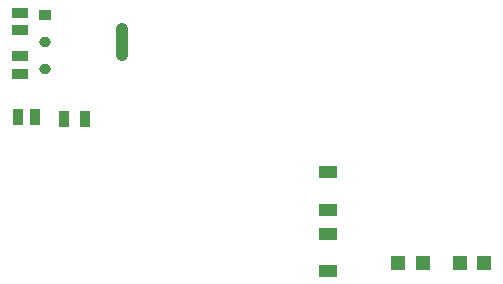
<source format=gtp>
G04*
G04 #@! TF.GenerationSoftware,Altium Limited,Altium Designer,25.6.2 (33)*
G04*
G04 Layer_Color=8421504*
%FSLAX44Y44*%
%MOMM*%
G71*
G04*
G04 #@! TF.SameCoordinates,E10141E4-A060-4BB7-8850-C9F2C3C4F881*
G04*
G04*
G04 #@! TF.FilePolarity,Positive*
G04*
G01*
G75*
%ADD14R,1.2000X1.2000*%
%ADD15R,1.5000X1.0000*%
%ADD16R,0.9500X1.4000*%
%ADD17R,1.0043X0.8721*%
G04:AMPARAMS|DCode=18|XSize=1.0043mm|YSize=0.8721mm|CornerRadius=0.4361mm|HoleSize=0mm|Usage=FLASHONLY|Rotation=0.000|XOffset=0mm|YOffset=0mm|HoleType=Round|Shape=RoundedRectangle|*
%AMROUNDEDRECTD18*
21,1,1.0043,0.0000,0,0,0.0*
21,1,0.1322,0.8721,0,0,0.0*
1,1,0.8721,0.0661,0.0000*
1,1,0.8721,-0.0661,0.0000*
1,1,0.8721,-0.0661,0.0000*
1,1,0.8721,0.0661,0.0000*
%
%ADD18ROUNDEDRECTD18*%
G04:AMPARAMS|DCode=19|XSize=1.0043mm|YSize=3.1821mm|CornerRadius=0.4369mm|HoleSize=0mm|Usage=FLASHONLY|Rotation=0.000|XOffset=0mm|YOffset=0mm|HoleType=Round|Shape=RoundedRectangle|*
%AMROUNDEDRECTD19*
21,1,1.0043,2.3084,0,0,0.0*
21,1,0.1306,3.1821,0,0,0.0*
1,1,0.8737,0.0653,-1.1542*
1,1,0.8737,-0.0653,-1.1542*
1,1,0.8737,-0.0653,1.1542*
1,1,0.8737,0.0653,1.1542*
%
%ADD19ROUNDEDRECTD19*%
%ADD20R,0.9500X1.3500*%
%ADD21R,1.3500X0.9500*%
D14*
X1271610Y680720D02*
D03*
X1250610D02*
D03*
X1323680D02*
D03*
X1302680D02*
D03*
D15*
X1191260Y757680D02*
D03*
Y725680D02*
D03*
Y673610D02*
D03*
Y705610D02*
D03*
D16*
X985880Y802640D02*
D03*
X967380D02*
D03*
D17*
X951300Y890310D02*
D03*
D18*
Y867410D02*
D03*
Y844510D02*
D03*
D19*
X1017200Y867410D02*
D03*
D20*
X943490Y803910D02*
D03*
X928490D02*
D03*
D21*
X930910Y892690D02*
D03*
Y877690D02*
D03*
Y855860D02*
D03*
Y840860D02*
D03*
M02*

</source>
